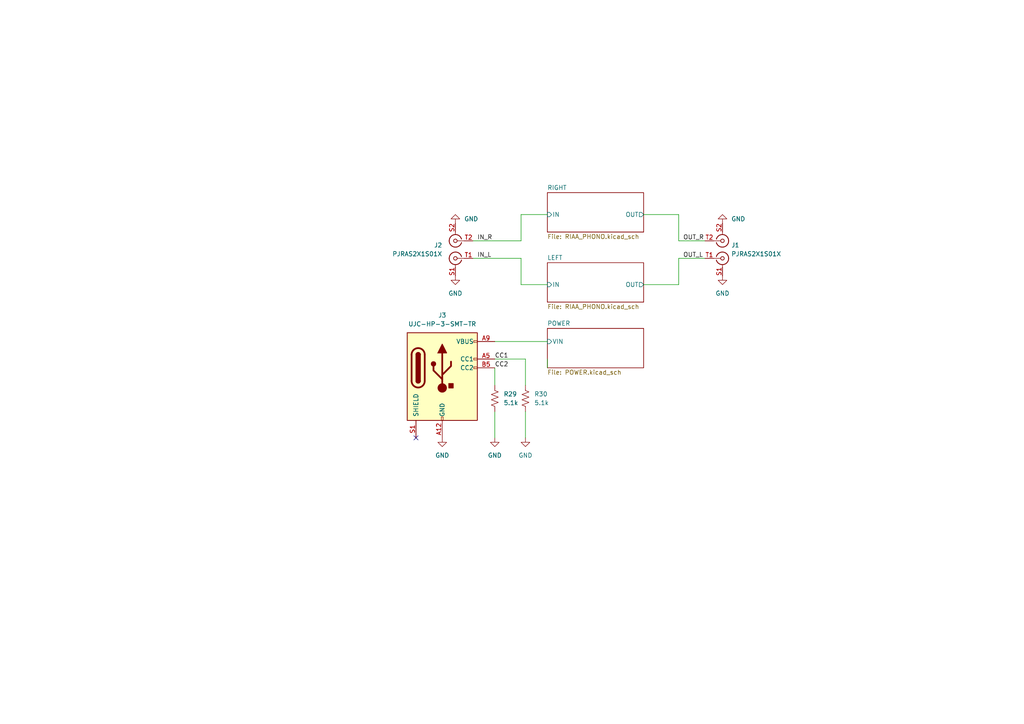
<source format=kicad_sch>
(kicad_sch (version 20211123) (generator eeschema)
  (paper "A4")
  (lib_symbols
    (symbol "Device:R_US" (pin_numbers hide) (pin_names (offset 0))
      (property "Reference" "R" (at 2.54 0 90))
      (property "Value" "R_US" (at -2.54 0 90))
      (symbol "R_US_0_1"
        (polyline (pts (xy 0 -2.286) (xy 0 -2.54)))
        (polyline (pts (xy 0 2.286) (xy 0 2.54)))
        (polyline (pts (xy 0 -0.762) (xy 1.016 -1.143) (xy 0 -1.524) (xy -1.016 -1.905) (xy 0 -2.286)))
        (polyline (pts (xy 0 0.762) (xy 1.016 0.381) (xy 0 0) (xy -1.016 -0.381) (xy 0 -0.762)))
        (polyline (pts (xy 0 2.286) (xy 1.016 1.905) (xy 0 1.524) (xy -1.016 1.143) (xy 0 0.762)))
      )
      (symbol "R_US_1_1"
        (pin passive line (at 0 3.81 270) (length 1.27) (name "~") (number "1"))
        (pin passive line (at 0 -3.81 90) (length 1.27) (name "~") (number "2"))
      )
    )
    (symbol "OPA_PHONO:PJRAS2X1S01X" (pin_names (offset 1.016) hide)
      (property "Reference" "J" (at -6.35 6.35 0))
      (property "Value" "PJRAS2X1S01X" (at 2.921 0 90))
      (symbol "PJRAS2X1S01X_0_0"
        (pin passive line (at 0 -7.62 90) (length 2.54) (name "S2") (number "S2"))
        (pin passive line (at -5.08 2.54 0) (length 2.54) (name "T1") (number "T1"))
        (pin passive line (at -5.08 -2.54 0) (length 2.54) (name "T2") (number "T2"))
      )
      (symbol "PJRAS2X1S01X_0_1"
        (arc (start -1.778 -3.048) (mid 0.222 -4.348) (end 1.778 -2.54) (stroke (width 0.254)))
        (arc (start -1.778 2.032) (mid 0.222 0.732) (end 1.778 2.54) (stroke (width 0.254)))
        (circle (center 0 -2.54) (radius 0.508) (stroke (width 0.2032)))
        (polyline (pts (xy -2.54 -2.54) (xy -0.508 -2.54)))
        (polyline (pts (xy -2.54 2.54) (xy -0.508 2.54)))
        (polyline (pts (xy 0 -5.08) (xy 0 -4.318)))
        (polyline (pts (xy 0 5.08) (xy 0 4.318)))
        (circle (center 0 2.54) (radius 0.508) (stroke (width 0.2032)))
        (arc (start 1.778 -2.54) (mid 0.222 -0.7317) (end -1.778 -2.032) (stroke (width 0.254)))
        (arc (start 1.778 2.54) (mid 0.222 4.3483) (end -1.778 3.048) (stroke (width 0.254)))
      )
      (symbol "PJRAS2X1S01X_1_1"
        (pin passive line (at 0 7.62 270) (length 2.54) (name "S1") (number "S1"))
      )
    )
    (symbol "OPA_PHONO:UJC-HP-3-SMT-TR" (pin_names (offset 1.016))
      (property "Reference" "J" (at -10.16 19.05 0))
      (property "Value" "UJC-HP-3-SMT-TR" (at 21.59 -8.89 0))
      (symbol "UJC-HP-3-SMT-TR_0_0"
        (rectangle (start -0.254 -7.62) (end 0.254 -6.604))
        (rectangle (start 10.16 7.874) (end 9.144 7.366))
        (rectangle (start 10.16 10.414) (end 9.144 9.906))
        (rectangle (start 10.16 15.494) (end 9.144 14.986))
      )
      (symbol "UJC-HP-3-SMT-TR_0_1"
        (rectangle (start -10.16 17.78) (end 10.16 -7.62) (stroke (width 0.254)) (fill (type background)))
        (arc (start -8.89 3.81) (mid -6.985 1.905) (end -5.08 3.81) (stroke (width 0.508)))
        (arc (start -7.62 3.81) (mid -6.985 3.175) (end -6.35 3.81) (stroke (width 0.254)))
        (arc (start -7.62 3.81) (mid -6.985 3.175) (end -6.35 3.81) (stroke (width 0.254)) (fill (type outline)))
        (rectangle (start -7.62 3.81) (end -6.35 11.43) (stroke (width 0.254)) (fill (type outline)))
        (arc (start -6.35 11.43) (mid -6.985 12.065) (end -7.62 11.43) (stroke (width 0.254)))
        (arc (start -6.35 11.43) (mid -6.985 12.065) (end -7.62 11.43) (stroke (width 0.254)) (fill (type outline)))
        (arc (start -5.08 11.43) (mid -6.985 13.335) (end -8.89 11.43) (stroke (width 0.508)))
        (circle (center -2.54 8.763) (radius 0.635) (stroke (width 0.254)) (fill (type outline)))
        (polyline (pts (xy -8.89 3.81) (xy -8.89 11.43)) (stroke (width 0.508)))
        (polyline (pts (xy -5.08 11.43) (xy -5.08 3.81)) (stroke (width 0.508)))
        (polyline (pts (xy 0 1.778) (xy 0 11.938)) (stroke (width 0.508)))
        (polyline (pts (xy 0 4.318) (xy -2.54 6.858) (xy -2.54 8.128)) (stroke (width 0.508)))
        (polyline (pts (xy 0 5.588) (xy 2.54 8.128) (xy 2.54 9.398)) (stroke (width 0.508)))
        (polyline (pts (xy -1.27 11.938) (xy 0 14.478) (xy 1.27 11.938) (xy -1.27 11.938)) (stroke (width 0.254)) (fill (type outline)))
        (circle (center 0 1.778) (radius 1.27) (fill (type outline)))
        (rectangle (start 1.905 1.778) (end 3.175 3.048) (stroke (width 0.254)) (fill (type outline)))
      )
      (symbol "UJC-HP-3-SMT-TR_1_1"
        (pin passive line (at -7.62 -12.7 90) (length 5.08) hide (name "SHIELD") (number "24"))
        (pin passive line (at 0 -12.7 90) (length 5.08) (name "GND") (number "A12"))
        (pin bidirectional line (at 15.24 10.16 180) (length 5.08) (name "CC1") (number "A5"))
        (pin passive line (at 15.24 15.24 180) (length 5.08) (name "VBUS") (number "A9"))
        (pin passive line (at 0 -12.7 90) (length 5.08) hide (name "GND") (number "B12"))
        (pin bidirectional line (at 15.24 7.62 180) (length 5.08) (name "CC2") (number "B5"))
        (pin passive line (at 15.24 15.24 180) (length 5.08) hide (name "VBUS") (number "B9"))
        (pin passive line (at -7.62 -12.7 90) (length 5.08) (name "SHIELD") (number "S1"))
        (pin passive line (at -7.62 -12.7 90) (length 5.08) hide (name "SHIELD") (number "S2"))
        (pin passive line (at -7.62 -12.7 90) (length 5.08) hide (name "SHIELD") (number "S3"))
      )
    )
    (symbol "power:GND" (power) (pin_names (offset 0))
      (property "Value" "GND" (at 0 -3.81 0))
      (symbol "GND_0_1"
        (polyline (pts (xy 0 0) (xy 0 -1.27) (xy 1.27 -1.27) (xy 0 -2.54) (xy -1.27 -1.27) (xy 0 -1.27)))
      )
      (symbol "GND_1_1"
        (pin power_in line (at 0 0 270) (length 0) hide (name "GND") (number "1"))
      )
    )
  )
  (no_connect (at 120.65 127))
  (wire (pts (xy 196.85 69.85) (xy 204.47 69.85)))
  (wire (pts (xy 152.4 119.38) (xy 152.4 127)))
  (wire (pts (xy 158.75 82.55) (xy 151.13 82.55)))
  (wire (pts (xy 152.4 104.14) (xy 152.4 111.76)))
  (wire (pts (xy 196.85 74.93) (xy 196.85 82.55)))
  (wire (pts (xy 143.51 99.06) (xy 158.75 99.06)))
  (wire (pts (xy 137.16 74.93) (xy 151.13 74.93)))
  (wire (pts (xy 196.85 74.93) (xy 204.47 74.93)))
  (wire (pts (xy 186.69 62.23) (xy 196.85 62.23)))
  (wire (pts (xy 186.69 82.55) (xy 196.85 82.55)))
  (wire (pts (xy 158.75 104.14) (xy 158.75 106.68)))
  (wire (pts (xy 143.51 104.14) (xy 152.4 104.14)))
  (wire (pts (xy 143.51 106.68) (xy 143.51 111.76)))
  (wire (pts (xy 151.13 74.93) (xy 151.13 82.55)))
  (wire (pts (xy 196.85 62.23) (xy 196.85 69.85)))
  (wire (pts (xy 143.51 119.38) (xy 143.51 127)))
  (wire (pts (xy 137.16 69.85) (xy 151.13 69.85)))
  (wire (pts (xy 151.13 62.23) (xy 158.75 62.23)))
  (wire (pts (xy 151.13 62.23) (xy 151.13 69.85)))
  (label "OUT_L" (at 198.12 74.93 0))
  (label "CC2" (at 143.51 106.68 0))
  (label "IN_R" (at 138.43 69.85 0))
  (label "CC1" (at 143.51 104.14 0))
  (label "OUT_R" (at 198.12 69.85 0))
  (label "IN_L" (at 138.43 74.93 0))
  (symbol (lib_id "power:GND") (at 152.4 127 0) (unit 1)
    (property "Reference" "#PWR033" (effects hide))
    (property "Value" "GND" (at 152.4 132.08 0))
  )
  (symbol (lib_id "OPA_PHONO:PJRAS2X1S01X") (at 209.55 72.39 0) (mirror x) (unit 1)
    (property "Reference" "J1" (at 212.09 71.1199 0) (effects (justify left)))
    (property "Value" "PJRAS2X1S01X" (at 212.09 73.6599 0) (effects (justify left)))
    (property "Footprint" "OPA_PHONO:PJRAS2X1S01X" (effects hide))
    (property "Datasheet" " ~" (effects hide))
    (property "Description" "CONN DUAL RCA JACK MONO 3.2MM R/A" (effects hide))
    (property "MPN" "PJRAS2X1S01X" (effects hide))
    (property "Manufacturer" "Switchcraft Inc." (effects hide))
  )
  (symbol (lib_id "power:GND") (at 143.51 127 0) (unit 1)
    (property "Reference" "#PWR032" (effects hide))
    (property "Value" "GND" (at 143.51 132.08 0))
  )
  (symbol (lib_id "Device:R_US") (at 152.4 115.57 0) (unit 1)
    (property "Reference" "R30" (at 154.94 114.2999 0) (effects (justify left)))
    (property "Value" "5.1k" (at 154.94 116.8399 0) (effects (justify left)))
    (property "Footprint" "Resistor_SMD:R_0402_1005Metric" (effects hide))
    (property "Description" "RES SMD 5.1K OHM 1% 1/16W 0402" (effects hide))
    (property "MPN" "RC0402FR-075K1L" (effects hide))
    (property "Manufacturer" "YAGEO" (effects hide))
  )
  (symbol (lib_id "power:GND") (at 132.08 64.77 180) (unit 1)
    (property "Reference" "#PWR0104" (effects hide))
    (property "Value" "GND" (at 134.62 63.4999 0) (effects (justify right)))
  )
  (symbol (lib_id "power:GND") (at 132.08 80.01 0) (unit 1)
    (property "Reference" "#PWR03" (effects hide))
    (property "Value" "GND" (at 132.08 85.09 0))
  )
  (symbol (lib_id "Device:R_US") (at 143.51 115.57 0) (unit 1)
    (property "Reference" "R29" (at 146.05 114.2999 0) (effects (justify left)))
    (property "Value" "5.1k" (at 146.05 116.8399 0) (effects (justify left)))
    (property "Footprint" "Resistor_SMD:R_0402_1005Metric" (effects hide))
    (property "Description" "RES SMD 5.1K OHM 1% 1/16W 0402" (effects hide))
    (property "MPN" "RC0402FR-075K1L" (effects hide))
    (property "Manufacturer" "YAGEO" (effects hide))
  )
  (symbol (lib_id "power:GND") (at 209.55 64.77 180) (unit 1)
    (property "Reference" "#PWR0103" (effects hide))
    (property "Value" "GND" (at 212.09 63.4999 0) (effects (justify right)))
  )
  (symbol (lib_id "power:GND") (at 209.55 80.01 0) (unit 1)
    (property "Reference" "#PWR04" (effects hide))
    (property "Value" "GND" (at 209.55 85.09 0))
  )
  (symbol (lib_id "OPA_PHONO:UJC-HP-3-SMT-TR") (at 128.27 114.3 0) (unit 1)
    (property "Reference" "J3" (at 128.27 91.44 0))
    (property "Value" "UJC-HP-3-SMT-TR" (at 128.27 93.98 0))
    (property "Footprint" "OPA_PHONO:CUI_UJC-HP-3-SMT-TR" (effects hide))
    (property "Datasheet" "https://www.usb.org/sites/default/files/documents/usb_type-c.zip" (effects hide))
    (property "Description" "CONN RCPT TYPE C 24POS SMD RA" (effects hide))
    (property "MPN" "UJC-HP-3-SMT-TR" (effects hide))
    (property "Manufacturer" "CUI Devices" (effects hide))
  )
  (symbol (lib_id "OPA_PHONO:PJRAS2X1S01X") (at 132.08 72.39 180) (unit 1)
    (property "Reference" "J2" (at 128.27 71.1199 0) (effects (justify left)))
    (property "Value" "PJRAS2X1S01X" (at 128.27 73.6599 0) (effects (justify left)))
    (property "Footprint" "OPA_PHONO:PJRAS2X1S01X" (effects hide))
    (property "Datasheet" " ~" (effects hide))
    (property "Description" "CONN DUAL RCA JACK MONO 3.2MM R/A" (effects hide))
    (property "MPN" "PJRAS2X1S01X" (effects hide))
    (property "Manufacturer" "Switchcraft Inc." (effects hide))
  )
  (symbol (lib_id "power:GND") (at 128.27 127 0) (unit 1)
    (property "Reference" "#PWR0101" (effects hide))
    (property "Value" "GND" (at 128.27 132.08 0))
  )
  (sheet (at 158.75 95.25) (size 27.94 11.43) (stroke (width 0.1524))
    (property "Sheet name" "POWER" (at 158.75 94.5384 0) (effects (justify left bottom)))
    (property "Sheet file" "POWER.kicad_sch" (at 158.75 107.2646 0) (effects (justify left top)))
    (pin "VIN" input (at 158.75 99.06 180))
  )
  (sheet (at 158.75 55.88) (size 27.94 11.43) (stroke (width 0.1524))
    (property "Sheet name" "RIGHT" (at 158.75 55.1684 0) (effects (justify left bottom)))
    (property "Sheet file" "RIAA_PHONO.kicad_sch" (at 158.75 67.8946 0) (effects (justify left top)))
    (pin "IN" input (at 158.75 62.23 180))
    (pin "OUT" output (at 186.69 62.23 0))
  )
  (sheet (at 158.75 76.2) (size 27.94 11.43) (stroke (width 0.1524))
    (property "Sheet name" "LEFT" (at 158.75 75.4884 0) (effects (justify left bottom)))
    (property "Sheet file" "RIAA_PHONO.kicad_sch" (at 158.75 88.2146 0) (effects (justify left top)))
    (pin "IN" input (at 158.75 82.55 180))
    (pin "OUT" output (at 186.69 82.55 0))
  )
)
</source>
